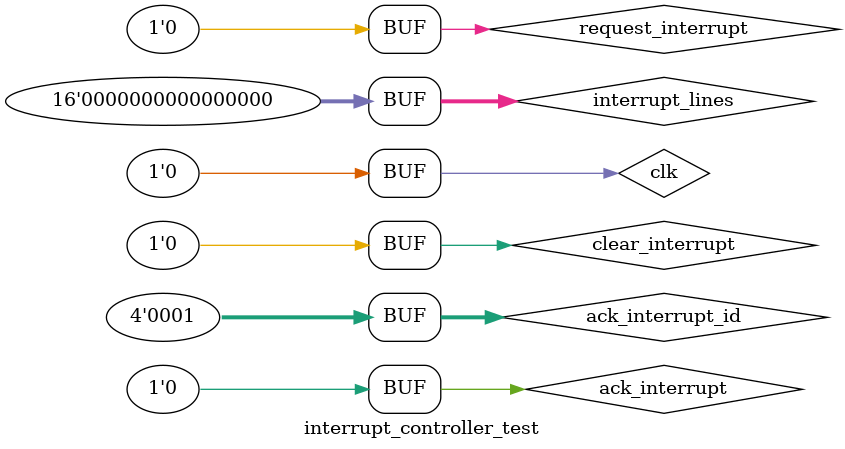
<source format=v>
`timescale 1ns / 1ps


module interrupt_controller_test;

	// Inputs
	reg clk;
  reg request_interrupt;
	reg clear_interrupt;
  reg ack_interrupt;
  reg [3:0] ack_interrupt_id;
	reg [15:0] interrupt_lines;

	// Outputs
	wire cpu_interrupt;
	wire [3:0] cpu_interrupt_id;

	// Instantiate the Unit Under Test (UUT)
	interrupt_controller uut (
		.clk(clk),
    .request_interrupt(request_interrupt),
		.clear_interrupt(clear_interrupt),
    .ack_interrupt(ack_interrupt),
    .ack_interrupt_id(ack_interrupt_id),
		.interrupt_lines(interrupt_lines), 
		.cpu_interrupt(cpu_interrupt), 
		.cpu_interrupt_id(cpu_interrupt_id)
	);

  task clock;
  begin
    #5;
    clk = 1;
    #10;
    clk = 0;
    #5;
  end
  endtask

  task clock4;
  begin
    clock;clock;clock;clock;
  end
  endtask
  
  task one_shot_interrupt;
  input [15:0] interrupts;
  begin
    interrupt_lines = interrupts;
    clock;
    interrupt_lines = 0;
  end
  endtask
  
  task one_shot_ack_interrupt;
  input [3:0] id;
  begin
    ack_interrupt = 1'b1;
    ack_interrupt_id = id;
    clock;
    ack_interrupt = 1'b0;
  end
  endtask
  
  task one_shot_clear_interrupt;
  input [3:0] id;
  begin
    clear_interrupt = 1'b1;
    clock;
    clear_interrupt = 1'b0;
  end
  endtask
  
	initial begin
		// Initialize Inputs
		clk = 0;
    request_interrupt = 1;
		clear_interrupt = 0;
    ack_interrupt = 0;
    ack_interrupt_id = 0;
		interrupt_lines = 0;

		// Wait 100 ns for global reset to finish
		#100;
        
		// Add stimulus here
    
    // no interrupt
    clock4;
    #20;
    
    // irq0, delay, clear irq0, delay
    one_shot_interrupt(2**0);
    clock4;
    one_shot_ack_interrupt(0);
    clock4;
    one_shot_clear_interrupt(0);
    clock4;
    #20;
    
    // irq15, delay, clear irq15, delay
    one_shot_interrupt(2**15);
    clock4;
    one_shot_ack_interrupt(15);
    clock4;
    one_shot_clear_interrupt(15);
    clock4;
    #20;
    
    // irq1, delay, irq2 interrupts irq1, delay, clear, delay, clear, delay
    one_shot_interrupt(2**1);
    clock4;
    one_shot_ack_interrupt(1);
    clock4;
    one_shot_interrupt(2**2);
    clock4;
    one_shot_ack_interrupt(2);
    clock4;
    one_shot_clear_interrupt(2);
    clock4;
    one_shot_clear_interrupt(1);
    clock4;
    #20
    
    // irq2, delay, irq1 queues up behind irq2, delay, clear (irq1 should fire), delay, clear, delay
    one_shot_interrupt(2**2);
    clock4;
    one_shot_ack_interrupt(2);
    clock4;
    one_shot_interrupt(2**1);
    clock4;
    one_shot_clear_interrupt(2);
    clock4;
    one_shot_ack_interrupt(1);
    clock4;
    one_shot_clear_interrupt(1);
    clock4;
    #20;
    
    // irq1 and irq2, delay, clear, delay, clear, delay
    one_shot_interrupt(2**1 + 2**2);
    clock4;
    one_shot_ack_interrupt(2);
    clock4;
    one_shot_clear_interrupt(2);
    clock4;
    one_shot_ack_interrupt(1);
    clock4;
    one_shot_clear_interrupt(1);
    clock4;
    #20;
    
    // irq0 held for retriggering
    interrupt_lines = 2**0;
    clock4;
    one_shot_ack_interrupt(0);
    clock4;
    one_shot_clear_interrupt(0);
    clock4;
    one_shot_ack_interrupt(0);
    clock4;
    one_shot_clear_interrupt(0);
    clock4;
    one_shot_ack_interrupt(0);
    clock4;
    interrupt_lines = 0;
    clock4;
    one_shot_clear_interrupt(0);
    clock4;
    one_shot_ack_interrupt(0);
    clock4;
    one_shot_clear_interrupt(0);
    clock4;
    #20;
    
    // irq1, irq2 immediately after, delay, clear, delay, clear
    one_shot_interrupt(2**1);
    one_shot_interrupt(2**2);
    clock4;
    one_shot_ack_interrupt(2);
    clock4;
    one_shot_clear_interrupt(2);
    clock4;
    one_shot_ack_interrupt(1);
    clock4;
    one_shot_clear_interrupt(1);
    clock4;
    #20;
    
    // irq2, irq1 immediately after, delay, clear, delay, clear
    one_shot_interrupt(2**2);
    one_shot_interrupt(2**1);
    clock4;
    one_shot_ack_interrupt(2);
    clock4;
    one_shot_clear_interrupt(2);
    clock4;
    one_shot_ack_interrupt(1);
    clock4;
    one_shot_clear_interrupt(1);
    clock4;
    #20;
    
    // irq2, request and irq1 immediately after, delay, clear, request + delay, clear
    request_interrupt = 0;
    one_shot_interrupt(2**2);
    request_interrupt = 1;
    one_shot_interrupt(2**1);
    request_interrupt = 0;
    clock;
    one_shot_ack_interrupt(2);
    clock4;
    request_interrupt = 1;
    clock;
    request_interrupt = 0;
    clock4;
    one_shot_clear_interrupt(2);
    request_interrupt = 1;
    clock;
    request_interrupt = 0;
    one_shot_ack_interrupt(1);
    clock4;
    clock4;
    one_shot_clear_interrupt(1);
    clock4;
    #20;
    
    
	end
      
endmodule


</source>
